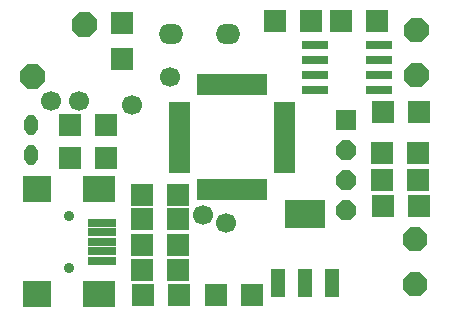
<source format=gts>
G04 DipTrace 2.4.0.2*
%INTopMask.gts*%
%MOMM*%
%ADD36C,0.9*%
%ADD41O,2.1X1.7*%
%ADD43R,2.2X0.8*%
%ADD45R,3.45X2.35*%
%ADD47R,1.15X2.35*%
%ADD49C,1.7*%
%ADD51R,1.8X1.8*%
%ADD53R,2.486X2.2*%
%ADD55R,2.7X2.2*%
%ADD57R,2.45X0.7*%
%ADD59R,1.9X1.95*%
%ADD61R,1.95X1.9*%
%FSLAX53Y53*%
G04*
G71*
G90*
G75*
G01*
%LNTopMask*%
%LPD*%
G36*
X15338Y34833D2*
X15946Y35441D1*
X16806D1*
X17415Y34833D1*
Y33972D1*
X16806Y33364D1*
X15946D1*
X15338Y33972D1*
Y34833D1*
G37*
G36*
X10954Y30449D2*
X11562Y31057D1*
X12422D1*
X13031Y30449D1*
Y29588D1*
X12422Y28980D1*
X11562D1*
X10954Y29588D1*
Y30449D1*
G37*
D61*
X41616Y23568D3*
X44666D3*
X44688Y27024D3*
X41638D3*
X41616Y21264D3*
X44666D3*
X44688Y19024D3*
X41638D3*
X35600Y34704D3*
X32550D3*
D59*
X19536Y31462D3*
Y34512D3*
D61*
X27536Y11472D3*
X30586D3*
D57*
X17857Y17597D3*
Y16797D3*
Y15997D3*
Y15197D3*
Y14397D3*
D55*
X17607Y20447D3*
D53*
X12357D3*
D55*
X17607Y11547D3*
D53*
X12357D3*
D36*
X15107Y18197D3*
Y13797D3*
D51*
X38544Y26320D3*
G36*
X37705Y23432D2*
Y24128D1*
X38196Y24619D1*
X38892D1*
X39383Y24128D1*
Y23432D1*
X38892Y22941D1*
X38196D1*
X37705Y23432D1*
G37*
G36*
Y20892D2*
Y21588D1*
X38196Y22079D1*
X38892D1*
X39383Y21588D1*
Y20892D1*
X38892Y20401D1*
X38196D1*
X37705Y20892D1*
G37*
G36*
Y18352D2*
Y19048D1*
X38196Y19539D1*
X38892D1*
X39383Y19048D1*
Y18352D1*
X38892Y17861D1*
X38196D1*
X37705Y18352D1*
G37*
G36*
X45392Y12856D2*
Y12008D1*
X44792Y11408D1*
X43944D1*
X43344Y12008D1*
Y12856D1*
X43944Y13456D1*
X44792D1*
X45392Y12856D1*
G37*
G36*
Y16666D2*
Y15818D1*
X44792Y15218D1*
X43944D1*
X43344Y15818D1*
Y16666D1*
X43944Y17266D1*
X44792D1*
X45392Y16666D1*
G37*
G36*
X43472Y33512D2*
Y34360D1*
X44072Y34960D1*
X44920D1*
X45520Y34360D1*
Y33512D1*
X44920Y32912D1*
X44072D1*
X43472Y33512D1*
G37*
G36*
Y29702D2*
Y30550D1*
X44072Y31150D1*
X44920D1*
X45520Y30550D1*
Y29702D1*
X44920Y29102D1*
X44072D1*
X43472Y29702D1*
G37*
D49*
X23632Y29968D3*
X20432Y27600D3*
X26448Y18256D3*
X28368Y17616D3*
X13581Y27953D3*
X15952Y27920D3*
D61*
X41168Y34704D3*
X38118D3*
X24342Y13663D3*
X21292D3*
X21334Y11487D3*
X24384D3*
X24342Y15775D3*
X21292D3*
X24342Y17951D3*
X21292D3*
X18192Y23120D3*
X15142D3*
X15184Y25872D3*
X18234D3*
X21270Y19999D3*
X24320D3*
D47*
X32784Y12560D3*
X35084D3*
X37384D3*
D45*
X35084Y18360D3*
D43*
X35920Y32656D3*
Y31386D3*
Y30116D3*
Y28846D3*
X41320D3*
Y30116D3*
Y31386D3*
Y32656D3*
G36*
X31882Y28428D2*
X31382D1*
Y30228D1*
X31882D1*
Y28428D1*
G37*
G36*
X31382D2*
X30882D1*
Y30228D1*
X31382D1*
Y28428D1*
G37*
G36*
X30882D2*
X30382D1*
Y30228D1*
X30882D1*
Y28428D1*
G37*
G36*
X30382D2*
X29882D1*
Y30228D1*
X30382D1*
Y28428D1*
G37*
G36*
X29882D2*
X29382D1*
Y30228D1*
X29882D1*
Y28428D1*
G37*
G36*
X29382D2*
X28882D1*
Y30228D1*
X29382D1*
Y28428D1*
G37*
G36*
X28882D2*
X28382D1*
Y30228D1*
X28882D1*
Y28428D1*
G37*
G36*
X28382D2*
X27882D1*
Y30228D1*
X28382D1*
Y28428D1*
G37*
G36*
X27882D2*
X27382D1*
Y30228D1*
X27882D1*
Y28428D1*
G37*
G36*
X27382D2*
X26882D1*
Y30228D1*
X27382D1*
Y28428D1*
G37*
G36*
X26882D2*
X26382D1*
Y30228D1*
X26882D1*
Y28428D1*
G37*
G36*
X26382D2*
X25882D1*
Y30228D1*
X26382D1*
Y28428D1*
G37*
G36*
X25327Y27873D2*
Y27373D1*
X23527D1*
Y27873D1*
X25327D1*
G37*
G36*
Y27373D2*
Y26873D1*
X23527D1*
Y27373D1*
X25327D1*
G37*
G36*
Y26873D2*
Y26373D1*
X23527D1*
Y26873D1*
X25327D1*
G37*
G36*
Y26373D2*
Y25873D1*
X23527D1*
Y26373D1*
X25327D1*
G37*
G36*
Y25873D2*
Y25373D1*
X23527D1*
Y25873D1*
X25327D1*
G37*
G36*
Y25373D2*
Y24873D1*
X23527D1*
Y25373D1*
X25327D1*
G37*
G36*
Y24873D2*
Y24373D1*
X23527D1*
Y24873D1*
X25327D1*
G37*
G36*
Y24373D2*
Y23873D1*
X23527D1*
Y24373D1*
X25327D1*
G37*
G36*
Y23873D2*
Y23373D1*
X23527D1*
Y23873D1*
X25327D1*
G37*
G36*
Y23373D2*
Y22873D1*
X23527D1*
Y23373D1*
X25327D1*
G37*
G36*
Y22873D2*
Y22373D1*
X23527D1*
Y22873D1*
X25327D1*
G37*
G36*
Y22373D2*
Y21873D1*
X23527D1*
Y22373D1*
X25327D1*
G37*
G36*
X26382Y19518D2*
X25882D1*
Y21318D1*
X26382D1*
Y19518D1*
G37*
G36*
X26882D2*
X26382D1*
Y21318D1*
X26882D1*
Y19518D1*
G37*
G36*
X27382D2*
X26882D1*
Y21318D1*
X27382D1*
Y19518D1*
G37*
G36*
X27882D2*
X27382D1*
Y21318D1*
X27882D1*
Y19518D1*
G37*
G36*
X28382D2*
X27882D1*
Y21318D1*
X28382D1*
Y19518D1*
G37*
G36*
X28882D2*
X28382D1*
Y21318D1*
X28882D1*
Y19518D1*
G37*
G36*
X29382D2*
X28882D1*
Y21318D1*
X29382D1*
Y19518D1*
G37*
G36*
X29882D2*
X29382D1*
Y21318D1*
X29882D1*
Y19518D1*
G37*
G36*
X30382D2*
X29882D1*
Y21318D1*
X30382D1*
Y19518D1*
G37*
G36*
X30882D2*
X30382D1*
Y21318D1*
X30882D1*
Y19518D1*
G37*
G36*
X31382D2*
X30882D1*
Y21318D1*
X31382D1*
Y19518D1*
G37*
G36*
X31882D2*
X31382D1*
Y21318D1*
X31882D1*
Y19518D1*
G37*
G36*
X34237Y22373D2*
Y21873D1*
X32437D1*
Y22373D1*
X34237D1*
G37*
G36*
Y22873D2*
Y22373D1*
X32437D1*
Y22873D1*
X34237D1*
G37*
G36*
Y23373D2*
Y22873D1*
X32437D1*
Y23373D1*
X34237D1*
G37*
G36*
Y23873D2*
Y23373D1*
X32437D1*
Y23873D1*
X34237D1*
G37*
G36*
Y24373D2*
Y23873D1*
X32437D1*
Y24373D1*
X34237D1*
G37*
G36*
Y24873D2*
Y24373D1*
X32437D1*
Y24873D1*
X34237D1*
G37*
G36*
Y25373D2*
Y24873D1*
X32437D1*
Y25373D1*
X34237D1*
G37*
G36*
Y25873D2*
Y25373D1*
X32437D1*
Y25873D1*
X34237D1*
G37*
G36*
Y26373D2*
Y25873D1*
X32437D1*
Y26373D1*
X34237D1*
G37*
G36*
Y26873D2*
Y26373D1*
X32437D1*
Y26873D1*
X34237D1*
G37*
G36*
Y27373D2*
Y26873D1*
X32437D1*
Y27373D1*
X34237D1*
G37*
G36*
Y27873D2*
Y27373D1*
X32437D1*
Y27873D1*
X34237D1*
G37*
G36*
X12468Y23720D2*
Y23032D1*
X12110Y22545D1*
X11603D1*
X11244Y23032D1*
Y23720D1*
X11603Y24208D1*
X12110D1*
X12468Y23720D1*
G37*
G36*
Y26260D2*
Y25572D1*
X12110Y25085D1*
X11603D1*
X11244Y25572D1*
Y26260D1*
X11603Y26748D1*
X12110D1*
X12468Y26260D1*
G37*
D41*
X23696Y33616D3*
X28522D3*
M02*

</source>
